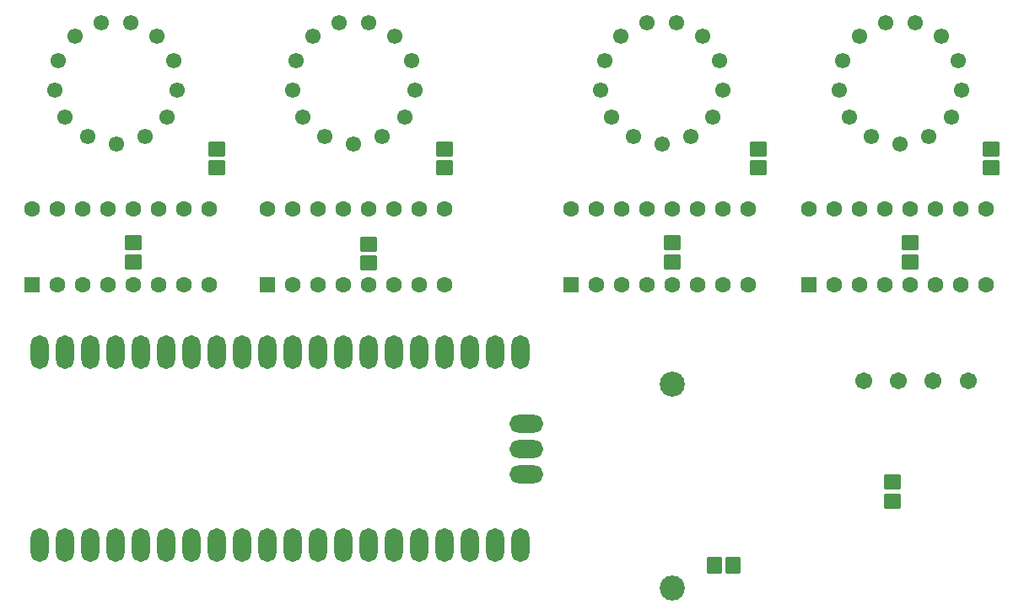
<source format=gbr>
%TF.GenerationSoftware,KiCad,Pcbnew,7.0.1*%
%TF.CreationDate,2023-06-06T13:02:27-04:00*%
%TF.ProjectId,nixie,6e697869-652e-46b6-9963-61645f706362,rev?*%
%TF.SameCoordinates,Original*%
%TF.FileFunction,Soldermask,Bot*%
%TF.FilePolarity,Negative*%
%FSLAX46Y46*%
G04 Gerber Fmt 4.6, Leading zero omitted, Abs format (unit mm)*
G04 Created by KiCad (PCBNEW 7.0.1) date 2023-06-06 13:02:27*
%MOMM*%
%LPD*%
G01*
G04 APERTURE LIST*
G04 Aperture macros list*
%AMRoundRect*
0 Rectangle with rounded corners*
0 $1 Rounding radius*
0 $2 $3 $4 $5 $6 $7 $8 $9 X,Y pos of 4 corners*
0 Add a 4 corners polygon primitive as box body*
4,1,4,$2,$3,$4,$5,$6,$7,$8,$9,$2,$3,0*
0 Add four circle primitives for the rounded corners*
1,1,$1+$1,$2,$3*
1,1,$1+$1,$4,$5*
1,1,$1+$1,$6,$7*
1,1,$1+$1,$8,$9*
0 Add four rect primitives between the rounded corners*
20,1,$1+$1,$2,$3,$4,$5,0*
20,1,$1+$1,$4,$5,$6,$7,0*
20,1,$1+$1,$6,$7,$8,$9,0*
20,1,$1+$1,$8,$9,$2,$3,0*%
G04 Aperture macros list end*
%ADD10RoundRect,0.101600X-0.700000X-0.700000X0.700000X-0.700000X0.700000X0.700000X-0.700000X0.700000X0*%
%ADD11C,1.603200*%
%ADD12O,2.519200X2.519200*%
%ADD13C,2.519200*%
%ADD14RoundRect,0.101600X0.750000X-0.650000X0.750000X0.650000X-0.750000X0.650000X-0.750000X-0.650000X0*%
%ADD15C,1.703200*%
%ADD16C,1.551200*%
%ADD17O,1.803200X3.403200*%
%ADD18O,3.403200X1.803200*%
%ADD19RoundRect,0.101600X-0.750000X0.650000X-0.750000X-0.650000X0.750000X-0.650000X0.750000X0.650000X0*%
%ADD20RoundRect,0.101600X0.650000X0.750000X-0.650000X0.750000X-0.650000X-0.750000X0.650000X-0.750000X0*%
G04 APERTURE END LIST*
D10*
%TO.C,IC3*%
X154940000Y-109220000D03*
D11*
X157480000Y-109220000D03*
X160020000Y-109220000D03*
X162560000Y-109220000D03*
X165100000Y-109220000D03*
X167640000Y-109220000D03*
X170180000Y-109220000D03*
X172720000Y-109220000D03*
X172720000Y-101600000D03*
X170180000Y-101600000D03*
X167640000Y-101600000D03*
X165100000Y-101600000D03*
X162560000Y-101600000D03*
X160020000Y-101600000D03*
X157480000Y-101600000D03*
X154940000Y-101600000D03*
%TD*%
D12*
%TO.C,BAT1*%
X165100000Y-139700000D03*
D13*
X165100000Y-119200000D03*
%TD*%
D10*
%TO.C,IC4*%
X178816000Y-109220000D03*
D11*
X181356000Y-109220000D03*
X183896000Y-109220000D03*
X186436000Y-109220000D03*
X188976000Y-109220000D03*
X191516000Y-109220000D03*
X194056000Y-109220000D03*
X196596000Y-109220000D03*
X196596000Y-101600000D03*
X194056000Y-101600000D03*
X191516000Y-101600000D03*
X188976000Y-101600000D03*
X186436000Y-101600000D03*
X183896000Y-101600000D03*
X181356000Y-101600000D03*
X178816000Y-101600000D03*
%TD*%
D10*
%TO.C,IC2*%
X124460000Y-109220000D03*
D11*
X127000000Y-109220000D03*
X129540000Y-109220000D03*
X132080000Y-109220000D03*
X134620000Y-109220000D03*
X137160000Y-109220000D03*
X139700000Y-109220000D03*
X142240000Y-109220000D03*
X142240000Y-101600000D03*
X139700000Y-101600000D03*
X137160000Y-101600000D03*
X134620000Y-101600000D03*
X132080000Y-101600000D03*
X129540000Y-101600000D03*
X127000000Y-101600000D03*
X124460000Y-101600000D03*
%TD*%
D10*
%TO.C,IC1*%
X100838000Y-109220000D03*
D11*
X103378000Y-109220000D03*
X105918000Y-109220000D03*
X108458000Y-109220000D03*
X110998000Y-109220000D03*
X113538000Y-109220000D03*
X116078000Y-109220000D03*
X118618000Y-109220000D03*
X118618000Y-101600000D03*
X116078000Y-101600000D03*
X113538000Y-101600000D03*
X110998000Y-101600000D03*
X108458000Y-101600000D03*
X105918000Y-101600000D03*
X103378000Y-101600000D03*
X100838000Y-101600000D03*
%TD*%
D14*
%TO.C,C1*%
X110998000Y-106934000D03*
X110998000Y-105034000D03*
%TD*%
D15*
%TO.C,J1*%
X184262000Y-118872000D03*
X187762000Y-118872000D03*
X191262000Y-118872000D03*
X194762000Y-118872000D03*
%TD*%
D14*
%TO.C,C4*%
X188976000Y-106934000D03*
X188976000Y-105034000D03*
%TD*%
%TO.C,C2*%
X134620000Y-107056000D03*
X134620000Y-105156000D03*
%TD*%
D16*
%TO.C,N4*%
X190836600Y-94380900D03*
X185083400Y-94380900D03*
X187960000Y-95089900D03*
X181815200Y-89646100D03*
X182172300Y-86705000D03*
X183855300Y-84266800D03*
X186478700Y-82889900D03*
X189441300Y-82889900D03*
X192064700Y-84266800D03*
X193747700Y-86705000D03*
X194104800Y-89646100D03*
X193054200Y-92416300D03*
X182865800Y-92416300D03*
%TD*%
D17*
%TO.C,U$1*%
X111760000Y-135420000D03*
X109220000Y-135420000D03*
X114300000Y-135420000D03*
X119380000Y-135420000D03*
X106680000Y-116040000D03*
X119380000Y-116040000D03*
X132080000Y-116040000D03*
X144780000Y-116040000D03*
D18*
X150430000Y-125730000D03*
D17*
X144780000Y-135420000D03*
X132080000Y-135420000D03*
X106680000Y-135420000D03*
X101600000Y-116040000D03*
X104140000Y-116040000D03*
X109220000Y-116040000D03*
X111760000Y-116040000D03*
X114300000Y-116040000D03*
X116840000Y-116040000D03*
X121920000Y-116040000D03*
X124460000Y-116040000D03*
X127000000Y-116040000D03*
X129540000Y-116040000D03*
X134620000Y-116040000D03*
X137160000Y-116040000D03*
X139700000Y-116040000D03*
X142240000Y-116040000D03*
X147320000Y-116040000D03*
X149860000Y-116040000D03*
X149860000Y-135420000D03*
X147320000Y-135420000D03*
X142240000Y-135420000D03*
X139700000Y-135420000D03*
X137160000Y-135420000D03*
X134620000Y-135420000D03*
X129540000Y-135420000D03*
X124460000Y-135420000D03*
X121920000Y-135420000D03*
X116840000Y-135420000D03*
X127000000Y-135420000D03*
D18*
X150430000Y-123190000D03*
X150430000Y-128270000D03*
D17*
X101600000Y-135420000D03*
X104140000Y-135420000D03*
%TD*%
D19*
%TO.C,R3*%
X173736000Y-95570000D03*
X173736000Y-97470000D03*
%TD*%
D14*
%TO.C,C3*%
X165100000Y-106934000D03*
X165100000Y-105034000D03*
%TD*%
%TO.C,C5*%
X187198000Y-130987800D03*
X187198000Y-129087800D03*
%TD*%
D19*
%TO.C,R2*%
X142240000Y-95570000D03*
X142240000Y-97470000D03*
%TD*%
%TO.C,R4*%
X197104000Y-95570000D03*
X197104000Y-97470000D03*
%TD*%
%TO.C,R1*%
X119380000Y-95570000D03*
X119380000Y-97470000D03*
%TD*%
D20*
%TO.C,C7*%
X171196000Y-137414000D03*
X169296000Y-137414000D03*
%TD*%
D16*
%TO.C,N3*%
X158947100Y-92416300D03*
X169135500Y-92416300D03*
X170186100Y-89646100D03*
X169829000Y-86705000D03*
X168146000Y-84266800D03*
X165522600Y-82889900D03*
X162560000Y-82889900D03*
X159936600Y-84266800D03*
X158253600Y-86705000D03*
X157896500Y-89646100D03*
X164041300Y-95089900D03*
X161164700Y-94380900D03*
X166917900Y-94380900D03*
%TD*%
%TO.C,N1*%
X104140000Y-92416300D03*
X114328400Y-92416300D03*
X115379000Y-89646100D03*
X115021900Y-86705000D03*
X113338900Y-84266800D03*
X110715500Y-82889900D03*
X107752900Y-82889900D03*
X105129500Y-84266800D03*
X103446500Y-86705000D03*
X103089400Y-89646100D03*
X109234200Y-95089900D03*
X106357600Y-94380900D03*
X112110800Y-94380900D03*
%TD*%
%TO.C,N2*%
X128001800Y-92416300D03*
X138190200Y-92416300D03*
X139240800Y-89646100D03*
X138883700Y-86705000D03*
X137200700Y-84266800D03*
X134577300Y-82889900D03*
X131614700Y-82889900D03*
X128991300Y-84266800D03*
X127308300Y-86705000D03*
X126951200Y-89646100D03*
X133096000Y-95089900D03*
X130219400Y-94380900D03*
X135972600Y-94380900D03*
%TD*%
M02*

</source>
